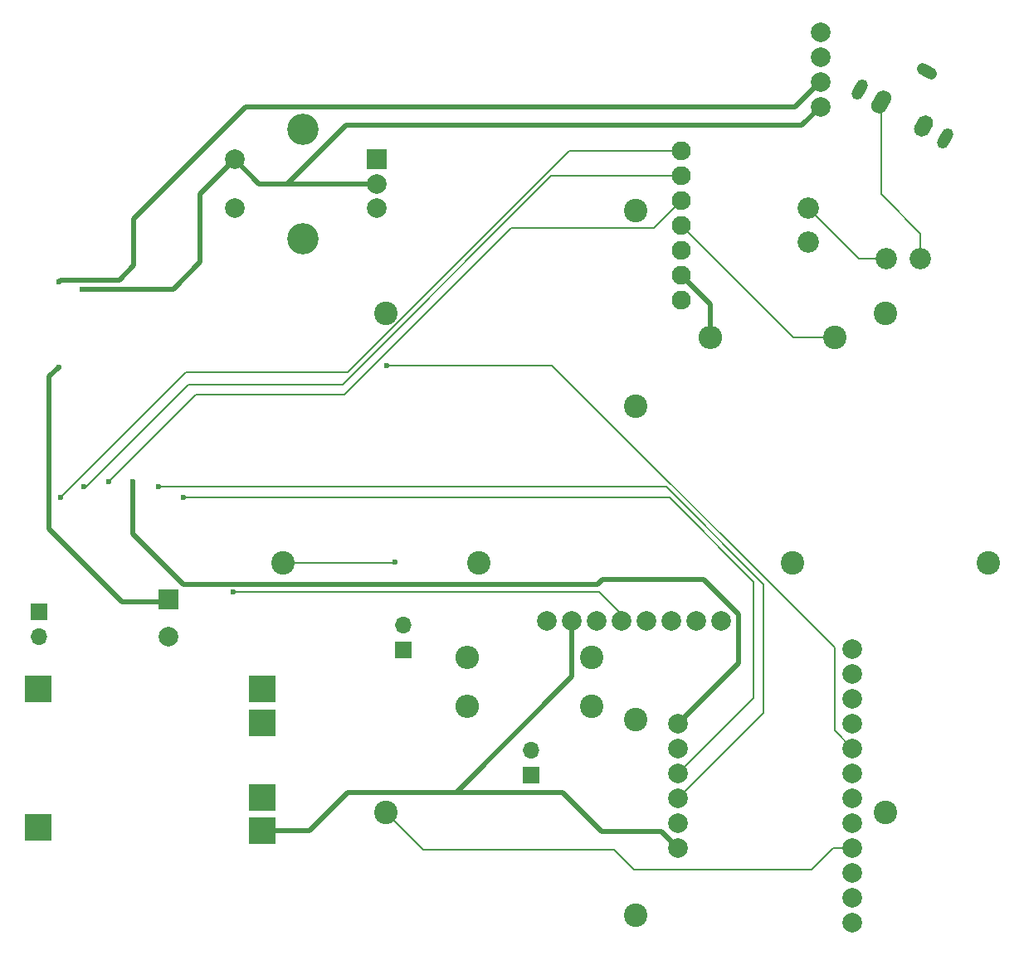
<source format=gbr>
%TF.GenerationSoftware,KiCad,Pcbnew,8.0.5*%
%TF.CreationDate,2024-09-20T22:11:25+01:00*%
%TF.ProjectId,Dodepan_PCB_THT.kicad_pro,446f6465-7061-46e5-9f50-43425f544854,rev?*%
%TF.SameCoordinates,Original*%
%TF.FileFunction,Copper,L2,Bot*%
%TF.FilePolarity,Positive*%
%FSLAX46Y46*%
G04 Gerber Fmt 4.6, Leading zero omitted, Abs format (unit mm)*
G04 Created by KiCad (PCBNEW 8.0.5) date 2024-09-20 22:11:25*
%MOMM*%
%LPD*%
G01*
G04 APERTURE LIST*
G04 Aperture macros list*
%AMHorizOval*
0 Thick line with rounded ends*
0 $1 width*
0 $2 $3 position (X,Y) of the first rounded end (center of the circle)*
0 $4 $5 position (X,Y) of the second rounded end (center of the circle)*
0 Add line between two ends*
20,1,$1,$2,$3,$4,$5,0*
0 Add two circle primitives to create the rounded ends*
1,1,$1,$2,$3*
1,1,$1,$4,$5*%
G04 Aperture macros list end*
%TA.AperFunction,ComponentPad*%
%ADD10C,2.400000*%
%TD*%
%TA.AperFunction,ComponentPad*%
%ADD11O,2.400000X2.400000*%
%TD*%
%TA.AperFunction,ComponentPad*%
%ADD12C,1.930400*%
%TD*%
%TA.AperFunction,ComponentPad*%
%ADD13C,2.184400*%
%TD*%
%TA.AperFunction,ComponentPad*%
%ADD14R,1.700000X1.700000*%
%TD*%
%TA.AperFunction,ComponentPad*%
%ADD15O,1.700000X1.700000*%
%TD*%
%TA.AperFunction,ComponentPad*%
%ADD16R,2.800000X2.800000*%
%TD*%
%TA.AperFunction,ComponentPad*%
%ADD17C,2.000000*%
%TD*%
%TA.AperFunction,ComponentPad*%
%ADD18HorizOval,1.200000X-0.433013X0.250000X0.433013X-0.250000X0*%
%TD*%
%TA.AperFunction,ComponentPad*%
%ADD19HorizOval,1.200000X0.250000X0.433013X-0.250000X-0.433013X0*%
%TD*%
%TA.AperFunction,ComponentPad*%
%ADD20HorizOval,1.600000X0.175000X0.303109X-0.175000X-0.303109X0*%
%TD*%
%TA.AperFunction,ComponentPad*%
%ADD21HorizOval,1.200000X-0.250000X-0.433013X0.250000X0.433013X0*%
%TD*%
%TA.AperFunction,ComponentPad*%
%ADD22HorizOval,1.600000X-0.225000X-0.389711X0.225000X0.389711X0*%
%TD*%
%TA.AperFunction,ComponentPad*%
%ADD23R,2.000000X2.000000*%
%TD*%
%TA.AperFunction,ComponentPad*%
%ADD24C,3.200000*%
%TD*%
%TA.AperFunction,ViaPad*%
%ADD25C,0.600000*%
%TD*%
%TA.AperFunction,Conductor*%
%ADD26C,0.500000*%
%TD*%
%TA.AperFunction,Conductor*%
%ADD27C,0.200000*%
%TD*%
G04 APERTURE END LIST*
D10*
%TO.P,R2,1*%
%TO.N,Net-(OLED1-SDA)*%
X143200000Y-110000000D03*
D11*
%TO.P,R2,2*%
%TO.N,VCC*%
X130500000Y-110000000D03*
%TD*%
D10*
%TO.P,R2,1*%
%TO.N,Net-(OLED1-SCL)*%
X143200000Y-105000000D03*
D11*
%TO.P,R2,2*%
%TO.N,VCC*%
X130500000Y-105000000D03*
%TD*%
D10*
%TO.P,E8,1,1*%
%TO.N,Net-(U4-LED4{slash}ELE8)*%
X147675600Y-59385200D03*
%TD*%
D12*
%TO.P,MAX98357A,1,DIN*%
%TO.N,Net-(U5-GPIO2)*%
X152400000Y-58391200D03*
%TO.P,MAX98357A,2,GAIN_SLOT*%
%TO.N,Net-(U6-GAIN_SLOT)*%
X152400000Y-60931200D03*
%TO.P,MAX98357A,3,GND*%
%TO.N,Earth*%
X152400000Y-66011200D03*
%TO.P,MAX98357A,4,~{SD_MODE}*%
%TO.N,unconnected-(U6-~{SD_MODE}-Pad4)*%
X152400000Y-63471200D03*
%TO.P,MAX98357A,7,VDD*%
%TO.N,VCC*%
X152400000Y-68551200D03*
D13*
%TO.P,MAX98357A,9,OUTP*%
%TO.N,Net-(U6-OUTP)*%
X165354000Y-62631200D03*
%TO.P,MAX98357A,10,OUTN*%
%TO.N,Net-(U6-OUTN)*%
X165354000Y-59131200D03*
D12*
%TO.P,MAX98357A,14,LRCLK*%
%TO.N,Net-(U5-GPIO1)*%
X152400000Y-53311200D03*
%TO.P,MAX98357A,16,BCLK*%
%TO.N,Net-(U5-GPIO0)*%
X152400000Y-55851200D03*
%TD*%
D13*
%TO.P,,9,OUTP*%
%TO.N,SPEAKERP*%
X176784000Y-64262000D03*
%TD*%
D10*
%TO.P,R1,1*%
%TO.N,Net-(U6-GAIN_SLOT)*%
X168046400Y-72288400D03*
D11*
%TO.P,R1,2*%
%TO.N,Earth*%
X155346400Y-72288400D03*
%TD*%
D14*
%TO.P,Battery,1*%
%TO.N,-BATT*%
X137000000Y-117048600D03*
D15*
%TO.P,Battery,2*%
%TO.N,+BATT*%
X137000000Y-114508600D03*
%TD*%
D10*
%TO.P,E6,1,1*%
%TO.N,Net-(U4-LED2{slash}ELE6)*%
X173151800Y-69900800D03*
%TD*%
D16*
%TO.P,TP4056,1,B+*%
%TO.N,+EXTERN_5V*%
X86741000Y-108203500D03*
%TO.P,TP4056,2,B-*%
%TO.N,-EXTERN_5V*%
X86741000Y-122403500D03*
%TO.P,TP4056,3,VCC_OUT*%
%TO.N,Net-(TP1-VCC_OUT)*%
X109641000Y-108203500D03*
%TO.P,TP4056,4,GND_OUT*%
%TO.N,Earth*%
X109641000Y-122703500D03*
%TO.P,TP4056,5*%
%TO.N,+BATT*%
X109641000Y-111703500D03*
%TO.P,TP4056,6,NC*%
%TO.N,-BATT*%
X109641000Y-119303500D03*
%TD*%
D10*
%TO.P,E11,1,1*%
%TO.N,Net-(U4-LED7{slash}ELE11)*%
X147701000Y-79375000D03*
%TD*%
%TO.P,E7,1,1*%
%TO.N,Net-(U4-LED3{slash}ELE7)*%
X122224800Y-69900800D03*
%TD*%
%TO.P,E0,1,1*%
%TO.N,Net-(U4-ELE0)*%
X147701000Y-111379000D03*
%TD*%
D17*
%TO.P,GY-521,1,VDD*%
%TO.N,VCC*%
X138684000Y-101269800D03*
%TO.P,GY-521,2,GND*%
%TO.N,Earth*%
X141224000Y-101269800D03*
%TO.P,GY-521,3,SCL*%
%TO.N,Net-(OLED1-SCL)*%
X143764000Y-101269800D03*
%TO.P,GY-521,4,SDA*%
%TO.N,Net-(OLED1-SDA)*%
X146304000Y-101269800D03*
%TO.P,GY-521,5,AUX_SDA*%
%TO.N,N/C*%
X148844000Y-101269800D03*
%TO.P,GY-521,6,AUX_SCL*%
%TO.N,unconnected-(U3-AUX_SCL-Pad6)*%
X151384000Y-101269800D03*
%TO.P,GY-521,7,AD0*%
%TO.N,unconnected-(U3-AD0-Pad7)*%
X153924000Y-101269800D03*
%TO.P,GY-521,8,INT*%
%TO.N,unconnected-(U3-INT-Pad8)*%
X156464000Y-101269800D03*
%TD*%
D14*
%TO.P,Extern_5V,1*%
%TO.N,-EXTERN_5V*%
X86868000Y-100330000D03*
D15*
%TO.P,Extern_5V,2*%
%TO.N,+EXTERN_5V*%
X86868000Y-102870000D03*
%TD*%
D10*
%TO.P,E4,1,1*%
%TO.N,Net-(U4-LED0{slash}ELE4)*%
X183692800Y-95377000D03*
%TD*%
%TO.P,E5,1,1*%
%TO.N,Net-(U4-LED1{slash}ELE5)*%
X111709200Y-95377000D03*
%TD*%
D14*
%TO.P,Power_sw,1*%
%TO.N,Net-(TP1-VCC_OUT)*%
X123975000Y-104250000D03*
D15*
%TO.P,Power_sw,2*%
%TO.N,VCC*%
X123975000Y-101710000D03*
%TD*%
D10*
%TO.P,E10,1,1*%
%TO.N,Net-(U4-LED6{slash}ELE10)*%
X131673600Y-95351600D03*
%TD*%
D17*
%TO.P,MPR121,1,VDD*%
%TO.N,+3.3V*%
X152044400Y-111760000D03*
%TO.P,MPR121,2,~{IRQ}*%
%TO.N,unconnected-(U4-~{IRQ}-Pad2)*%
X152044400Y-114300000D03*
%TO.P,MPR121,3,SCL*%
%TO.N,Net-(U4-SCL)*%
X152044400Y-116840000D03*
%TO.P,MPR121,4,SDA*%
%TO.N,Net-(U4-SDA)*%
X152044400Y-119380000D03*
%TO.P,MPR121,5,ADDR*%
%TO.N,unconnected-(U4-ADDR-Pad5)*%
X152044400Y-121920000D03*
%TO.P,MPR121,6,GND*%
%TO.N,Earth*%
X152044400Y-124460000D03*
%TO.P,MPR121,7,ELE0*%
%TO.N,Net-(U4-ELE0)*%
X169824400Y-132080000D03*
%TO.P,MPR121,8,ELE1*%
%TO.N,Net-(U4-ELE1)*%
X169824400Y-129540000D03*
%TO.P,MPR121,9,ELE2*%
%TO.N,Net-(U4-ELE2)*%
X169824400Y-127000000D03*
%TO.P,MPR121,10,ELE3*%
%TO.N,Net-(U4-ELE3)*%
X169824400Y-124460000D03*
%TO.P,MPR121,11,LED0/ELE4*%
%TO.N,Net-(U4-LED0{slash}ELE4)*%
X169824400Y-121920000D03*
%TO.P,MPR121,12,LED1/ELE5*%
%TO.N,Net-(U4-LED1{slash}ELE5)*%
X169824400Y-119380000D03*
%TO.P,MPR121,13,LED2/ELE6*%
%TO.N,Net-(U4-LED2{slash}ELE6)*%
X169824400Y-116840000D03*
%TO.P,MPR121,14,LED3/ELE7*%
%TO.N,Net-(U4-LED3{slash}ELE7)*%
X169824400Y-114300000D03*
%TO.P,MPR121,15,LED4/ELE8*%
%TO.N,Net-(U4-LED4{slash}ELE8)*%
X169824400Y-111760000D03*
%TO.P,MPR121,16,LED5/ELE9*%
%TO.N,Net-(U4-LED5{slash}ELE9)*%
X169824400Y-109220000D03*
%TO.P,MPR121,17,LED6/ELE10*%
%TO.N,Net-(U4-LED6{slash}ELE10)*%
X169824400Y-106680000D03*
%TO.P,MPR121,18,LED7/ELE11*%
%TO.N,Net-(U4-LED7{slash}ELE11)*%
X169824400Y-104140000D03*
%TD*%
D18*
%TO.P,3.5mm jack,G*%
%TO.N,Net-(U6-OUTN)*%
X177419873Y-45165064D03*
D19*
%TO.P,3.5mm jack,S*%
%TO.N,Net-(U6-OUTP)*%
X179250000Y-51995191D03*
D20*
%TO.P,3.5mm jack,SN*%
%TO.N,unconnected-(J1-PadSN)*%
X177084937Y-50745191D03*
D21*
%TO.P,3.5mm jack,T*%
%TO.N,Net-(U6-OUTP)*%
X170589746Y-46995191D03*
D22*
%TO.P,3.5mm jack,TN*%
%TO.N,SPEAKERP*%
X172754809Y-48245191D03*
%TD*%
D13*
%TO.P,,10,OUTN*%
%TO.N,Net-(U6-OUTN)*%
X173284000Y-64262000D03*
%TD*%
D10*
%TO.P,E2,1,1*%
%TO.N,Net-(U4-ELE2)*%
X173151800Y-120827800D03*
%TD*%
%TO.P,E3,1,1*%
%TO.N,Net-(U4-ELE3)*%
X122250200Y-120853200D03*
%TD*%
D23*
%TO.P,C1,1*%
%TO.N,VCC*%
X100076000Y-99070000D03*
D17*
%TO.P,C1,2*%
%TO.N,Earth*%
X100076000Y-102870000D03*
%TD*%
D10*
%TO.P,E9,1,1*%
%TO.N,Net-(U4-LED5{slash}ELE9)*%
X163677600Y-95377000D03*
%TD*%
%TO.P,E1,1,1*%
%TO.N,Net-(U4-ELE1)*%
X147675600Y-131368800D03*
%TD*%
D17*
%TO.P,OLED,1,GND*%
%TO.N,Earth*%
X166560000Y-48768000D03*
%TO.P,OLED,2,VCC*%
%TO.N,VCC*%
X166560000Y-46228000D03*
%TO.P,OLED,3,SCL*%
%TO.N,Net-(OLED1-SCL)*%
X166560000Y-43688000D03*
%TO.P,OLED,4,SDA*%
%TO.N,Net-(OLED1-SDA)*%
X166560000Y-41148000D03*
%TD*%
D23*
%TO.P,Encoder,A,A*%
%TO.N,Net-(U5-GPIO18)*%
X121285000Y-54142000D03*
D17*
%TO.P,Encoder,B,B*%
%TO.N,Net-(U5-GPIO19)*%
X121285000Y-59142000D03*
%TO.P,Encoder,C,C*%
%TO.N,Earth*%
X121285000Y-56642000D03*
D24*
%TO.P,Encoder,MP*%
%TO.N,N/C*%
X113785000Y-62242000D03*
X113785000Y-51042000D03*
D17*
%TO.P,Encoder,S1,S1*%
%TO.N,Net-(U5-GPIO21)*%
X106785000Y-59142000D03*
%TO.P,Encoder,S2,S2*%
%TO.N,Earth*%
X106785000Y-54142000D03*
%TD*%
D25*
%TO.N,Earth*%
X91236800Y-67386200D03*
%TO.N,Net-(U4-LED1{slash}ELE5)*%
X123190000Y-95250000D03*
%TO.N,Net-(U4-LED3{slash}ELE7)*%
X122301000Y-75184000D03*
%TO.N,Net-(OLED1-SDA)*%
X106680000Y-98298000D03*
%TO.N,VCC*%
X88823800Y-66675000D03*
X88849200Y-75336400D03*
%TO.N,+3.3V*%
X96418400Y-87020400D03*
%TO.N,Net-(U4-SCL)*%
X101549200Y-88671400D03*
%TO.N,Net-(U4-SDA)*%
X99009200Y-87604600D03*
%TO.N,Net-(U5-GPIO0)*%
X91440000Y-87604600D03*
%TO.N,Net-(U5-GPIO1)*%
X89027000Y-88696800D03*
%TO.N,Net-(U5-GPIO2)*%
X93929200Y-87045800D03*
%TD*%
D26*
%TO.N,Earth*%
X111480600Y-56642000D02*
X112166400Y-56642000D01*
X112166400Y-56642000D02*
X118160800Y-50647600D01*
X118160800Y-50647600D02*
X164680400Y-50647600D01*
X164680400Y-50647600D02*
X166560000Y-48768000D01*
%TO.N,VCC*%
X166560000Y-46228000D02*
X166522000Y-46228000D01*
X95046800Y-66446400D02*
X89052400Y-66446400D01*
X166522000Y-46228000D02*
X163982000Y-48768000D01*
X163982000Y-48768000D02*
X107950000Y-48768000D01*
X96520000Y-60198000D02*
X96520000Y-64973200D01*
X107950000Y-48768000D02*
X96520000Y-60198000D01*
X89052400Y-66446400D02*
X88823800Y-66675000D01*
X96520000Y-64973200D02*
X95046800Y-66446400D01*
D27*
%TO.N,SPEAKERP*%
X173006000Y-57944000D02*
X176784000Y-61722000D01*
X172754809Y-48245191D02*
X172754809Y-57692809D01*
X172754809Y-57692809D02*
X173006000Y-57944000D01*
D26*
%TO.N,Earth*%
X100507800Y-67386200D02*
X91236800Y-67386200D01*
X121285000Y-56642000D02*
X111480600Y-56642000D01*
X129413000Y-118795800D02*
X118313200Y-118795800D01*
X103238300Y-57688700D02*
X103238300Y-64655700D01*
X111480600Y-56642000D02*
X109285000Y-56642000D01*
X109285000Y-56642000D02*
X106785000Y-54142000D01*
X106785000Y-54142000D02*
X103238300Y-57688700D01*
X144253486Y-122783600D02*
X140265686Y-118795800D01*
X155346400Y-68957600D02*
X152400000Y-66011200D01*
X150368000Y-122783600D02*
X144253486Y-122783600D01*
X114405500Y-122703500D02*
X109641000Y-122703500D01*
X152044400Y-124460000D02*
X150368000Y-122783600D01*
X155346400Y-72288400D02*
X155346400Y-68957600D01*
X103238300Y-64655700D02*
X100507800Y-67386200D01*
X141224000Y-101269800D02*
X141224000Y-106984800D01*
X141224000Y-106984800D02*
X129413000Y-118795800D01*
X118313200Y-118795800D02*
X114405500Y-122703500D01*
X140265686Y-118795800D02*
X129413000Y-118795800D01*
D27*
%TO.N,Net-(U4-ELE3)*%
X167894000Y-124460000D02*
X169824400Y-124460000D01*
X147574000Y-126669800D02*
X147574000Y-126695200D01*
X165658800Y-126695200D02*
X167894000Y-124460000D01*
X122250200Y-120853200D02*
X126009400Y-124612400D01*
X145516600Y-124612400D02*
X147574000Y-126669800D01*
X126009400Y-124612400D02*
X145516600Y-124612400D01*
X147574000Y-126695200D02*
X165658800Y-126695200D01*
%TO.N,Net-(U4-LED1{slash}ELE5)*%
X123190000Y-95250000D02*
X123063000Y-95377000D01*
X123063000Y-95377000D02*
X111709200Y-95377000D01*
%TO.N,Net-(U4-LED3{slash}ELE7)*%
X167992305Y-112467905D02*
X167992305Y-103984305D01*
X167992305Y-103984305D02*
X139192000Y-75184000D01*
X139192000Y-75184000D02*
X122301000Y-75184000D01*
X169824400Y-114300000D02*
X167992305Y-112467905D01*
%TO.N,Net-(U6-OUTN)*%
X170484800Y-64262000D02*
X165354000Y-59131200D01*
X173228000Y-64262000D02*
X170484800Y-64262000D01*
%TO.N,Net-(OLED1-SDA)*%
X146304000Y-100584000D02*
X146304000Y-101269800D01*
X144018000Y-98298000D02*
X146304000Y-100584000D01*
X106680000Y-98298000D02*
X144018000Y-98298000D01*
%TO.N,Net-(U6-GAIN_SLOT)*%
X168046400Y-72288400D02*
X163757200Y-72288400D01*
X163757200Y-72288400D02*
X152400000Y-60931200D01*
D26*
%TO.N,VCC*%
X100076000Y-99070000D02*
X99832000Y-99314000D01*
X95275400Y-99314000D02*
X87858600Y-91897200D01*
X99832000Y-99314000D02*
X95275400Y-99314000D01*
X87858600Y-76327000D02*
X88849200Y-75336400D01*
X87858600Y-91897200D02*
X87858600Y-76327000D01*
%TO.N,+3.3V*%
X158242000Y-105562399D02*
X152044400Y-111760000D01*
X154686000Y-97028000D02*
X158242000Y-100584000D01*
X96418400Y-92354400D02*
X101600000Y-97536000D01*
X144348982Y-97036800D02*
X154677200Y-97036800D01*
X154677200Y-97036800D02*
X154686000Y-97028000D01*
X158242000Y-100584000D02*
X158242000Y-105562399D01*
X101600000Y-97536000D02*
X143849782Y-97536000D01*
X143849782Y-97536000D02*
X144348982Y-97036800D01*
X96418400Y-87020400D02*
X96418400Y-92354400D01*
D27*
%TO.N,Net-(U4-SCL)*%
X159766000Y-109118400D02*
X159766000Y-97282000D01*
X152044400Y-116840000D02*
X159766000Y-109118400D01*
X159766000Y-97282000D02*
X151155400Y-88671400D01*
X151155400Y-88671400D02*
X101549200Y-88671400D01*
%TO.N,Net-(U4-SDA)*%
X160782000Y-110642400D02*
X160782000Y-97536000D01*
X150850600Y-87604600D02*
X99009200Y-87604600D01*
X152044400Y-119380000D02*
X160782000Y-110642400D01*
X160782000Y-97536000D02*
X150850600Y-87604600D01*
%TO.N,Net-(U5-GPIO0)*%
X91617800Y-87604600D02*
X91440000Y-87604600D01*
X102082600Y-77139800D02*
X91617800Y-87604600D01*
X117906800Y-77038200D02*
X117805200Y-77139800D01*
X152400000Y-55851200D02*
X139093800Y-55851200D01*
X139093800Y-55851200D02*
X117906800Y-77038200D01*
X117805200Y-77139800D02*
X102082600Y-77139800D01*
%TO.N,Net-(U5-GPIO1)*%
X118351721Y-75895200D02*
X101981000Y-75895200D01*
X140935721Y-53311200D02*
X118351721Y-75895200D01*
X89027000Y-88696800D02*
X101828600Y-75895200D01*
X101828600Y-75895200D02*
X101981000Y-75895200D01*
X152400000Y-53311200D02*
X140935721Y-53311200D01*
%TO.N,Net-(U5-GPIO2)*%
X149602600Y-61188600D02*
X134975600Y-61188600D01*
X118008400Y-78155800D02*
X102819200Y-78155800D01*
X102819200Y-78155800D02*
X93929200Y-87045800D01*
X134975600Y-61188600D02*
X118008400Y-78155800D01*
X152400000Y-58391200D02*
X149602600Y-61188600D01*
%TO.N,SPEAKERP*%
X176784000Y-61722000D02*
X176784000Y-64262000D01*
%TD*%
M02*

</source>
